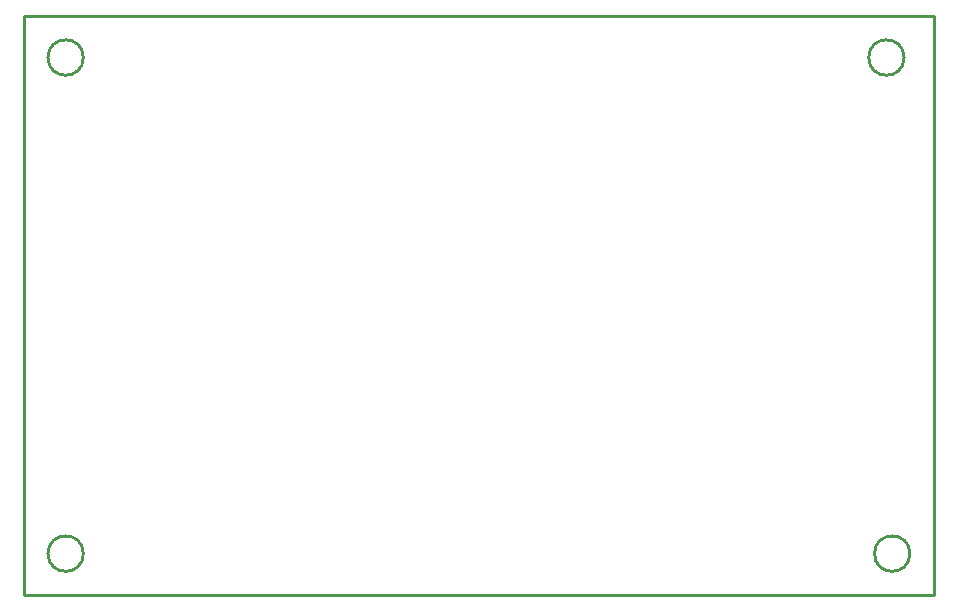
<source format=gm1>
G04*
G04 #@! TF.GenerationSoftware,Altium Limited,Altium Designer,21.8.1 (53)*
G04*
G04 Layer_Color=16711935*
%FSLAX44Y44*%
%MOMM*%
G71*
G04*
G04 #@! TF.SameCoordinates,E9657587-2D61-4917-BE27-2A2E8D1190E0*
G04*
G04*
G04 #@! TF.FilePolarity,Positive*
G04*
G01*
G75*
%ADD10C,0.2540*%
D10*
X1114820Y702310D02*
G03*
X1114820Y702310I-15000J0D01*
G01*
X1109970Y1122310D02*
G03*
X1109970Y1122310I-15000J0D01*
G01*
X415050Y702310D02*
G03*
X415050Y702310I-15000J0D01*
G01*
X415050Y1122310D02*
G03*
X415050Y1122310I-15000J0D01*
G01*
X1135050Y667310D02*
Y1157310D01*
X365050Y667310D02*
X1135050D01*
X365050Y1157310D02*
X1135050D01*
X365050Y667310D02*
Y1157310D01*
M02*

</source>
